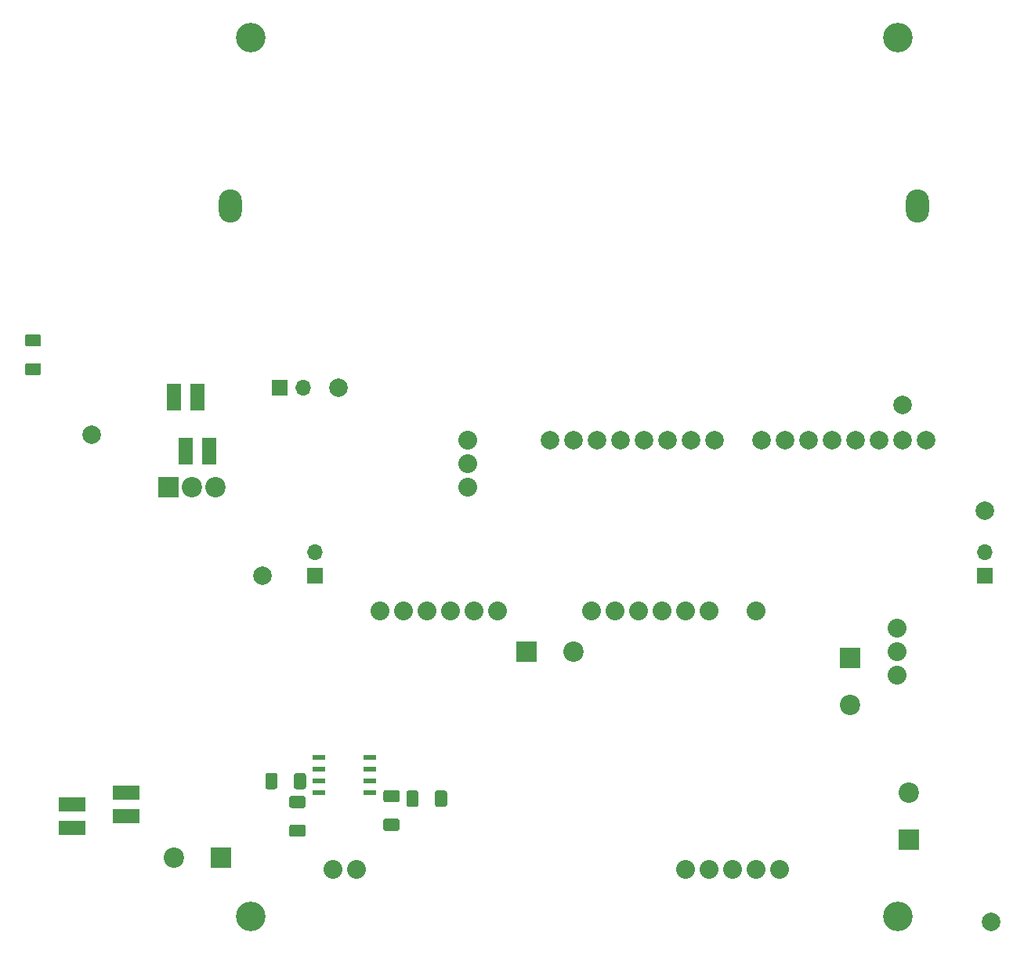
<source format=gbr>
G04 #@! TF.GenerationSoftware,KiCad,Pcbnew,5.1.5+dfsg1-2build2*
G04 #@! TF.CreationDate,2021-01-06T15:03:12+09:00*
G04 #@! TF.ProjectId,robot,726f626f-742e-46b6-9963-61645f706362,rev?*
G04 #@! TF.SameCoordinates,Original*
G04 #@! TF.FileFunction,Soldermask,Top*
G04 #@! TF.FilePolarity,Negative*
%FSLAX46Y46*%
G04 Gerber Fmt 4.6, Leading zero omitted, Abs format (unit mm)*
G04 Created by KiCad (PCBNEW 5.1.5+dfsg1-2build2) date 2021-01-06 15:03:12*
%MOMM*%
%LPD*%
G04 APERTURE LIST*
%ADD10O,2.500000X3.600000*%
%ADD11R,2.200000X2.200000*%
%ADD12C,2.200000*%
%ADD13C,2.032000*%
%ADD14R,1.454899X0.558000*%
%ADD15R,2.997200X1.498600*%
%ADD16C,0.100000*%
%ADD17C,3.200000*%
%ADD18C,2.000000*%
%ADD19R,1.498600X2.997200*%
%ADD20O,1.700000X1.700000*%
%ADD21R,1.700000X1.700000*%
G04 APERTURE END LIST*
D10*
X-2125000Y-18200000D03*
X72125000Y-18200000D03*
D11*
X71120000Y-86745000D03*
D12*
X71120000Y-81665000D03*
D11*
X-3175000Y-88650000D03*
D12*
X-8255000Y-88650000D03*
D11*
X29845000Y-66425000D03*
D12*
X34925000Y-66425000D03*
D11*
X64770000Y-67060000D03*
D12*
X64770000Y-72140000D03*
D11*
X-8890000Y-48645000D03*
D12*
X-6350000Y-48645000D03*
X-3810000Y-48645000D03*
D13*
X54610000Y-89920000D03*
X49530000Y-89920000D03*
X54610000Y-61980000D03*
X49530000Y-61980000D03*
X46990000Y-61980000D03*
X44450000Y-61980000D03*
X41910000Y-61980000D03*
X39370000Y-61980000D03*
X36830000Y-61980000D03*
X26670000Y-61980000D03*
X24130000Y-61980000D03*
X21590000Y-61980000D03*
X19050000Y-61980000D03*
X16510000Y-61980000D03*
X13970000Y-61980000D03*
X8890000Y-89920000D03*
X11430000Y-89920000D03*
X46990000Y-89920000D03*
X52070000Y-89920000D03*
X57150000Y-89920000D03*
X69850000Y-63885000D03*
X69850000Y-66425000D03*
X69850000Y-68965000D03*
D14*
X7438652Y-77855000D03*
X7438652Y-79125000D03*
X7438652Y-80395000D03*
X7438652Y-81665000D03*
X12881348Y-81665000D03*
X12881348Y-80395000D03*
X12881348Y-79125000D03*
X12881348Y-77855000D03*
D15*
X-13390063Y-81665000D03*
X-19239937Y-82935000D03*
X-13390063Y-84205000D03*
X-19239937Y-85475000D03*
D16*
G36*
X15889504Y-84471204D02*
G01*
X15913773Y-84474804D01*
X15937571Y-84480765D01*
X15960671Y-84489030D01*
X15982849Y-84499520D01*
X16003893Y-84512133D01*
X16023598Y-84526747D01*
X16041777Y-84543223D01*
X16058253Y-84561402D01*
X16072867Y-84581107D01*
X16085480Y-84602151D01*
X16095970Y-84624329D01*
X16104235Y-84647429D01*
X16110196Y-84671227D01*
X16113796Y-84695496D01*
X16115000Y-84720000D01*
X16115000Y-85520000D01*
X16113796Y-85544504D01*
X16110196Y-85568773D01*
X16104235Y-85592571D01*
X16095970Y-85615671D01*
X16085480Y-85637849D01*
X16072867Y-85658893D01*
X16058253Y-85678598D01*
X16041777Y-85696777D01*
X16023598Y-85713253D01*
X16003893Y-85727867D01*
X15982849Y-85740480D01*
X15960671Y-85750970D01*
X15937571Y-85759235D01*
X15913773Y-85765196D01*
X15889504Y-85768796D01*
X15865000Y-85770000D01*
X14615000Y-85770000D01*
X14590496Y-85768796D01*
X14566227Y-85765196D01*
X14542429Y-85759235D01*
X14519329Y-85750970D01*
X14497151Y-85740480D01*
X14476107Y-85727867D01*
X14456402Y-85713253D01*
X14438223Y-85696777D01*
X14421747Y-85678598D01*
X14407133Y-85658893D01*
X14394520Y-85637849D01*
X14384030Y-85615671D01*
X14375765Y-85592571D01*
X14369804Y-85568773D01*
X14366204Y-85544504D01*
X14365000Y-85520000D01*
X14365000Y-84720000D01*
X14366204Y-84695496D01*
X14369804Y-84671227D01*
X14375765Y-84647429D01*
X14384030Y-84624329D01*
X14394520Y-84602151D01*
X14407133Y-84581107D01*
X14421747Y-84561402D01*
X14438223Y-84543223D01*
X14456402Y-84526747D01*
X14476107Y-84512133D01*
X14497151Y-84499520D01*
X14519329Y-84489030D01*
X14542429Y-84480765D01*
X14566227Y-84474804D01*
X14590496Y-84471204D01*
X14615000Y-84470000D01*
X15865000Y-84470000D01*
X15889504Y-84471204D01*
G37*
G36*
X15889504Y-81371204D02*
G01*
X15913773Y-81374804D01*
X15937571Y-81380765D01*
X15960671Y-81389030D01*
X15982849Y-81399520D01*
X16003893Y-81412133D01*
X16023598Y-81426747D01*
X16041777Y-81443223D01*
X16058253Y-81461402D01*
X16072867Y-81481107D01*
X16085480Y-81502151D01*
X16095970Y-81524329D01*
X16104235Y-81547429D01*
X16110196Y-81571227D01*
X16113796Y-81595496D01*
X16115000Y-81620000D01*
X16115000Y-82420000D01*
X16113796Y-82444504D01*
X16110196Y-82468773D01*
X16104235Y-82492571D01*
X16095970Y-82515671D01*
X16085480Y-82537849D01*
X16072867Y-82558893D01*
X16058253Y-82578598D01*
X16041777Y-82596777D01*
X16023598Y-82613253D01*
X16003893Y-82627867D01*
X15982849Y-82640480D01*
X15960671Y-82650970D01*
X15937571Y-82659235D01*
X15913773Y-82665196D01*
X15889504Y-82668796D01*
X15865000Y-82670000D01*
X14615000Y-82670000D01*
X14590496Y-82668796D01*
X14566227Y-82665196D01*
X14542429Y-82659235D01*
X14519329Y-82650970D01*
X14497151Y-82640480D01*
X14476107Y-82627867D01*
X14456402Y-82613253D01*
X14438223Y-82596777D01*
X14421747Y-82578598D01*
X14407133Y-82558893D01*
X14394520Y-82537849D01*
X14384030Y-82515671D01*
X14375765Y-82492571D01*
X14369804Y-82468773D01*
X14366204Y-82444504D01*
X14365000Y-82420000D01*
X14365000Y-81620000D01*
X14366204Y-81595496D01*
X14369804Y-81571227D01*
X14375765Y-81547429D01*
X14384030Y-81524329D01*
X14394520Y-81502151D01*
X14407133Y-81481107D01*
X14421747Y-81461402D01*
X14438223Y-81443223D01*
X14456402Y-81426747D01*
X14476107Y-81412133D01*
X14497151Y-81399520D01*
X14519329Y-81389030D01*
X14542429Y-81380765D01*
X14566227Y-81374804D01*
X14590496Y-81371204D01*
X14615000Y-81370000D01*
X15865000Y-81370000D01*
X15889504Y-81371204D01*
G37*
G36*
X21024504Y-81426204D02*
G01*
X21048773Y-81429804D01*
X21072571Y-81435765D01*
X21095671Y-81444030D01*
X21117849Y-81454520D01*
X21138893Y-81467133D01*
X21158598Y-81481747D01*
X21176777Y-81498223D01*
X21193253Y-81516402D01*
X21207867Y-81536107D01*
X21220480Y-81557151D01*
X21230970Y-81579329D01*
X21239235Y-81602429D01*
X21245196Y-81626227D01*
X21248796Y-81650496D01*
X21250000Y-81675000D01*
X21250000Y-82925000D01*
X21248796Y-82949504D01*
X21245196Y-82973773D01*
X21239235Y-82997571D01*
X21230970Y-83020671D01*
X21220480Y-83042849D01*
X21207867Y-83063893D01*
X21193253Y-83083598D01*
X21176777Y-83101777D01*
X21158598Y-83118253D01*
X21138893Y-83132867D01*
X21117849Y-83145480D01*
X21095671Y-83155970D01*
X21072571Y-83164235D01*
X21048773Y-83170196D01*
X21024504Y-83173796D01*
X21000000Y-83175000D01*
X20200000Y-83175000D01*
X20175496Y-83173796D01*
X20151227Y-83170196D01*
X20127429Y-83164235D01*
X20104329Y-83155970D01*
X20082151Y-83145480D01*
X20061107Y-83132867D01*
X20041402Y-83118253D01*
X20023223Y-83101777D01*
X20006747Y-83083598D01*
X19992133Y-83063893D01*
X19979520Y-83042849D01*
X19969030Y-83020671D01*
X19960765Y-82997571D01*
X19954804Y-82973773D01*
X19951204Y-82949504D01*
X19950000Y-82925000D01*
X19950000Y-81675000D01*
X19951204Y-81650496D01*
X19954804Y-81626227D01*
X19960765Y-81602429D01*
X19969030Y-81579329D01*
X19979520Y-81557151D01*
X19992133Y-81536107D01*
X20006747Y-81516402D01*
X20023223Y-81498223D01*
X20041402Y-81481747D01*
X20061107Y-81467133D01*
X20082151Y-81454520D01*
X20104329Y-81444030D01*
X20127429Y-81435765D01*
X20151227Y-81429804D01*
X20175496Y-81426204D01*
X20200000Y-81425000D01*
X21000000Y-81425000D01*
X21024504Y-81426204D01*
G37*
G36*
X17924504Y-81426204D02*
G01*
X17948773Y-81429804D01*
X17972571Y-81435765D01*
X17995671Y-81444030D01*
X18017849Y-81454520D01*
X18038893Y-81467133D01*
X18058598Y-81481747D01*
X18076777Y-81498223D01*
X18093253Y-81516402D01*
X18107867Y-81536107D01*
X18120480Y-81557151D01*
X18130970Y-81579329D01*
X18139235Y-81602429D01*
X18145196Y-81626227D01*
X18148796Y-81650496D01*
X18150000Y-81675000D01*
X18150000Y-82925000D01*
X18148796Y-82949504D01*
X18145196Y-82973773D01*
X18139235Y-82997571D01*
X18130970Y-83020671D01*
X18120480Y-83042849D01*
X18107867Y-83063893D01*
X18093253Y-83083598D01*
X18076777Y-83101777D01*
X18058598Y-83118253D01*
X18038893Y-83132867D01*
X18017849Y-83145480D01*
X17995671Y-83155970D01*
X17972571Y-83164235D01*
X17948773Y-83170196D01*
X17924504Y-83173796D01*
X17900000Y-83175000D01*
X17100000Y-83175000D01*
X17075496Y-83173796D01*
X17051227Y-83170196D01*
X17027429Y-83164235D01*
X17004329Y-83155970D01*
X16982151Y-83145480D01*
X16961107Y-83132867D01*
X16941402Y-83118253D01*
X16923223Y-83101777D01*
X16906747Y-83083598D01*
X16892133Y-83063893D01*
X16879520Y-83042849D01*
X16869030Y-83020671D01*
X16860765Y-82997571D01*
X16854804Y-82973773D01*
X16851204Y-82949504D01*
X16850000Y-82925000D01*
X16850000Y-81675000D01*
X16851204Y-81650496D01*
X16854804Y-81626227D01*
X16860765Y-81602429D01*
X16869030Y-81579329D01*
X16879520Y-81557151D01*
X16892133Y-81536107D01*
X16906747Y-81516402D01*
X16923223Y-81498223D01*
X16941402Y-81481747D01*
X16961107Y-81467133D01*
X16982151Y-81454520D01*
X17004329Y-81444030D01*
X17027429Y-81435765D01*
X17051227Y-81429804D01*
X17075496Y-81426204D01*
X17100000Y-81425000D01*
X17900000Y-81425000D01*
X17924504Y-81426204D01*
G37*
G36*
X5729504Y-85106204D02*
G01*
X5753773Y-85109804D01*
X5777571Y-85115765D01*
X5800671Y-85124030D01*
X5822849Y-85134520D01*
X5843893Y-85147133D01*
X5863598Y-85161747D01*
X5881777Y-85178223D01*
X5898253Y-85196402D01*
X5912867Y-85216107D01*
X5925480Y-85237151D01*
X5935970Y-85259329D01*
X5944235Y-85282429D01*
X5950196Y-85306227D01*
X5953796Y-85330496D01*
X5955000Y-85355000D01*
X5955000Y-86155000D01*
X5953796Y-86179504D01*
X5950196Y-86203773D01*
X5944235Y-86227571D01*
X5935970Y-86250671D01*
X5925480Y-86272849D01*
X5912867Y-86293893D01*
X5898253Y-86313598D01*
X5881777Y-86331777D01*
X5863598Y-86348253D01*
X5843893Y-86362867D01*
X5822849Y-86375480D01*
X5800671Y-86385970D01*
X5777571Y-86394235D01*
X5753773Y-86400196D01*
X5729504Y-86403796D01*
X5705000Y-86405000D01*
X4455000Y-86405000D01*
X4430496Y-86403796D01*
X4406227Y-86400196D01*
X4382429Y-86394235D01*
X4359329Y-86385970D01*
X4337151Y-86375480D01*
X4316107Y-86362867D01*
X4296402Y-86348253D01*
X4278223Y-86331777D01*
X4261747Y-86313598D01*
X4247133Y-86293893D01*
X4234520Y-86272849D01*
X4224030Y-86250671D01*
X4215765Y-86227571D01*
X4209804Y-86203773D01*
X4206204Y-86179504D01*
X4205000Y-86155000D01*
X4205000Y-85355000D01*
X4206204Y-85330496D01*
X4209804Y-85306227D01*
X4215765Y-85282429D01*
X4224030Y-85259329D01*
X4234520Y-85237151D01*
X4247133Y-85216107D01*
X4261747Y-85196402D01*
X4278223Y-85178223D01*
X4296402Y-85161747D01*
X4316107Y-85147133D01*
X4337151Y-85134520D01*
X4359329Y-85124030D01*
X4382429Y-85115765D01*
X4406227Y-85109804D01*
X4430496Y-85106204D01*
X4455000Y-85105000D01*
X5705000Y-85105000D01*
X5729504Y-85106204D01*
G37*
G36*
X5729504Y-82006204D02*
G01*
X5753773Y-82009804D01*
X5777571Y-82015765D01*
X5800671Y-82024030D01*
X5822849Y-82034520D01*
X5843893Y-82047133D01*
X5863598Y-82061747D01*
X5881777Y-82078223D01*
X5898253Y-82096402D01*
X5912867Y-82116107D01*
X5925480Y-82137151D01*
X5935970Y-82159329D01*
X5944235Y-82182429D01*
X5950196Y-82206227D01*
X5953796Y-82230496D01*
X5955000Y-82255000D01*
X5955000Y-83055000D01*
X5953796Y-83079504D01*
X5950196Y-83103773D01*
X5944235Y-83127571D01*
X5935970Y-83150671D01*
X5925480Y-83172849D01*
X5912867Y-83193893D01*
X5898253Y-83213598D01*
X5881777Y-83231777D01*
X5863598Y-83248253D01*
X5843893Y-83262867D01*
X5822849Y-83275480D01*
X5800671Y-83285970D01*
X5777571Y-83294235D01*
X5753773Y-83300196D01*
X5729504Y-83303796D01*
X5705000Y-83305000D01*
X4455000Y-83305000D01*
X4430496Y-83303796D01*
X4406227Y-83300196D01*
X4382429Y-83294235D01*
X4359329Y-83285970D01*
X4337151Y-83275480D01*
X4316107Y-83262867D01*
X4296402Y-83248253D01*
X4278223Y-83231777D01*
X4261747Y-83213598D01*
X4247133Y-83193893D01*
X4234520Y-83172849D01*
X4224030Y-83150671D01*
X4215765Y-83127571D01*
X4209804Y-83103773D01*
X4206204Y-83079504D01*
X4205000Y-83055000D01*
X4205000Y-82255000D01*
X4206204Y-82230496D01*
X4209804Y-82206227D01*
X4215765Y-82182429D01*
X4224030Y-82159329D01*
X4234520Y-82137151D01*
X4247133Y-82116107D01*
X4261747Y-82096402D01*
X4278223Y-82078223D01*
X4296402Y-82061747D01*
X4316107Y-82047133D01*
X4337151Y-82034520D01*
X4359329Y-82024030D01*
X4382429Y-82015765D01*
X4406227Y-82009804D01*
X4430496Y-82006204D01*
X4455000Y-82005000D01*
X5705000Y-82005000D01*
X5729504Y-82006204D01*
G37*
G36*
X5784504Y-79521204D02*
G01*
X5808773Y-79524804D01*
X5832571Y-79530765D01*
X5855671Y-79539030D01*
X5877849Y-79549520D01*
X5898893Y-79562133D01*
X5918598Y-79576747D01*
X5936777Y-79593223D01*
X5953253Y-79611402D01*
X5967867Y-79631107D01*
X5980480Y-79652151D01*
X5990970Y-79674329D01*
X5999235Y-79697429D01*
X6005196Y-79721227D01*
X6008796Y-79745496D01*
X6010000Y-79770000D01*
X6010000Y-81020000D01*
X6008796Y-81044504D01*
X6005196Y-81068773D01*
X5999235Y-81092571D01*
X5990970Y-81115671D01*
X5980480Y-81137849D01*
X5967867Y-81158893D01*
X5953253Y-81178598D01*
X5936777Y-81196777D01*
X5918598Y-81213253D01*
X5898893Y-81227867D01*
X5877849Y-81240480D01*
X5855671Y-81250970D01*
X5832571Y-81259235D01*
X5808773Y-81265196D01*
X5784504Y-81268796D01*
X5760000Y-81270000D01*
X4960000Y-81270000D01*
X4935496Y-81268796D01*
X4911227Y-81265196D01*
X4887429Y-81259235D01*
X4864329Y-81250970D01*
X4842151Y-81240480D01*
X4821107Y-81227867D01*
X4801402Y-81213253D01*
X4783223Y-81196777D01*
X4766747Y-81178598D01*
X4752133Y-81158893D01*
X4739520Y-81137849D01*
X4729030Y-81115671D01*
X4720765Y-81092571D01*
X4714804Y-81068773D01*
X4711204Y-81044504D01*
X4710000Y-81020000D01*
X4710000Y-79770000D01*
X4711204Y-79745496D01*
X4714804Y-79721227D01*
X4720765Y-79697429D01*
X4729030Y-79674329D01*
X4739520Y-79652151D01*
X4752133Y-79631107D01*
X4766747Y-79611402D01*
X4783223Y-79593223D01*
X4801402Y-79576747D01*
X4821107Y-79562133D01*
X4842151Y-79549520D01*
X4864329Y-79539030D01*
X4887429Y-79530765D01*
X4911227Y-79524804D01*
X4935496Y-79521204D01*
X4960000Y-79520000D01*
X5760000Y-79520000D01*
X5784504Y-79521204D01*
G37*
G36*
X2684504Y-79521204D02*
G01*
X2708773Y-79524804D01*
X2732571Y-79530765D01*
X2755671Y-79539030D01*
X2777849Y-79549520D01*
X2798893Y-79562133D01*
X2818598Y-79576747D01*
X2836777Y-79593223D01*
X2853253Y-79611402D01*
X2867867Y-79631107D01*
X2880480Y-79652151D01*
X2890970Y-79674329D01*
X2899235Y-79697429D01*
X2905196Y-79721227D01*
X2908796Y-79745496D01*
X2910000Y-79770000D01*
X2910000Y-81020000D01*
X2908796Y-81044504D01*
X2905196Y-81068773D01*
X2899235Y-81092571D01*
X2890970Y-81115671D01*
X2880480Y-81137849D01*
X2867867Y-81158893D01*
X2853253Y-81178598D01*
X2836777Y-81196777D01*
X2818598Y-81213253D01*
X2798893Y-81227867D01*
X2777849Y-81240480D01*
X2755671Y-81250970D01*
X2732571Y-81259235D01*
X2708773Y-81265196D01*
X2684504Y-81268796D01*
X2660000Y-81270000D01*
X1860000Y-81270000D01*
X1835496Y-81268796D01*
X1811227Y-81265196D01*
X1787429Y-81259235D01*
X1764329Y-81250970D01*
X1742151Y-81240480D01*
X1721107Y-81227867D01*
X1701402Y-81213253D01*
X1683223Y-81196777D01*
X1666747Y-81178598D01*
X1652133Y-81158893D01*
X1639520Y-81137849D01*
X1629030Y-81115671D01*
X1620765Y-81092571D01*
X1614804Y-81068773D01*
X1611204Y-81044504D01*
X1610000Y-81020000D01*
X1610000Y-79770000D01*
X1611204Y-79745496D01*
X1614804Y-79721227D01*
X1620765Y-79697429D01*
X1629030Y-79674329D01*
X1639520Y-79652151D01*
X1652133Y-79631107D01*
X1666747Y-79611402D01*
X1683223Y-79593223D01*
X1701402Y-79576747D01*
X1721107Y-79562133D01*
X1742151Y-79549520D01*
X1764329Y-79539030D01*
X1787429Y-79530765D01*
X1811227Y-79524804D01*
X1835496Y-79521204D01*
X1860000Y-79520000D01*
X2660000Y-79520000D01*
X2684504Y-79521204D01*
G37*
G36*
X-22845496Y-32121204D02*
G01*
X-22821227Y-32124804D01*
X-22797429Y-32130765D01*
X-22774329Y-32139030D01*
X-22752151Y-32149520D01*
X-22731107Y-32162133D01*
X-22711402Y-32176747D01*
X-22693223Y-32193223D01*
X-22676747Y-32211402D01*
X-22662133Y-32231107D01*
X-22649520Y-32252151D01*
X-22639030Y-32274329D01*
X-22630765Y-32297429D01*
X-22624804Y-32321227D01*
X-22621204Y-32345496D01*
X-22620000Y-32370000D01*
X-22620000Y-33170000D01*
X-22621204Y-33194504D01*
X-22624804Y-33218773D01*
X-22630765Y-33242571D01*
X-22639030Y-33265671D01*
X-22649520Y-33287849D01*
X-22662133Y-33308893D01*
X-22676747Y-33328598D01*
X-22693223Y-33346777D01*
X-22711402Y-33363253D01*
X-22731107Y-33377867D01*
X-22752151Y-33390480D01*
X-22774329Y-33400970D01*
X-22797429Y-33409235D01*
X-22821227Y-33415196D01*
X-22845496Y-33418796D01*
X-22870000Y-33420000D01*
X-24120000Y-33420000D01*
X-24144504Y-33418796D01*
X-24168773Y-33415196D01*
X-24192571Y-33409235D01*
X-24215671Y-33400970D01*
X-24237849Y-33390480D01*
X-24258893Y-33377867D01*
X-24278598Y-33363253D01*
X-24296777Y-33346777D01*
X-24313253Y-33328598D01*
X-24327867Y-33308893D01*
X-24340480Y-33287849D01*
X-24350970Y-33265671D01*
X-24359235Y-33242571D01*
X-24365196Y-33218773D01*
X-24368796Y-33194504D01*
X-24370000Y-33170000D01*
X-24370000Y-32370000D01*
X-24368796Y-32345496D01*
X-24365196Y-32321227D01*
X-24359235Y-32297429D01*
X-24350970Y-32274329D01*
X-24340480Y-32252151D01*
X-24327867Y-32231107D01*
X-24313253Y-32211402D01*
X-24296777Y-32193223D01*
X-24278598Y-32176747D01*
X-24258893Y-32162133D01*
X-24237849Y-32149520D01*
X-24215671Y-32139030D01*
X-24192571Y-32130765D01*
X-24168773Y-32124804D01*
X-24144504Y-32121204D01*
X-24120000Y-32120000D01*
X-22870000Y-32120000D01*
X-22845496Y-32121204D01*
G37*
G36*
X-22845496Y-35221204D02*
G01*
X-22821227Y-35224804D01*
X-22797429Y-35230765D01*
X-22774329Y-35239030D01*
X-22752151Y-35249520D01*
X-22731107Y-35262133D01*
X-22711402Y-35276747D01*
X-22693223Y-35293223D01*
X-22676747Y-35311402D01*
X-22662133Y-35331107D01*
X-22649520Y-35352151D01*
X-22639030Y-35374329D01*
X-22630765Y-35397429D01*
X-22624804Y-35421227D01*
X-22621204Y-35445496D01*
X-22620000Y-35470000D01*
X-22620000Y-36270000D01*
X-22621204Y-36294504D01*
X-22624804Y-36318773D01*
X-22630765Y-36342571D01*
X-22639030Y-36365671D01*
X-22649520Y-36387849D01*
X-22662133Y-36408893D01*
X-22676747Y-36428598D01*
X-22693223Y-36446777D01*
X-22711402Y-36463253D01*
X-22731107Y-36477867D01*
X-22752151Y-36490480D01*
X-22774329Y-36500970D01*
X-22797429Y-36509235D01*
X-22821227Y-36515196D01*
X-22845496Y-36518796D01*
X-22870000Y-36520000D01*
X-24120000Y-36520000D01*
X-24144504Y-36518796D01*
X-24168773Y-36515196D01*
X-24192571Y-36509235D01*
X-24215671Y-36500970D01*
X-24237849Y-36490480D01*
X-24258893Y-36477867D01*
X-24278598Y-36463253D01*
X-24296777Y-36446777D01*
X-24313253Y-36428598D01*
X-24327867Y-36408893D01*
X-24340480Y-36387849D01*
X-24350970Y-36365671D01*
X-24359235Y-36342571D01*
X-24365196Y-36318773D01*
X-24368796Y-36294504D01*
X-24370000Y-36270000D01*
X-24370000Y-35470000D01*
X-24368796Y-35445496D01*
X-24365196Y-35421227D01*
X-24359235Y-35397429D01*
X-24350970Y-35374329D01*
X-24340480Y-35352151D01*
X-24327867Y-35331107D01*
X-24313253Y-35311402D01*
X-24296777Y-35293223D01*
X-24278598Y-35276747D01*
X-24258893Y-35262133D01*
X-24237849Y-35249520D01*
X-24215671Y-35239030D01*
X-24192571Y-35230765D01*
X-24168773Y-35224804D01*
X-24144504Y-35221204D01*
X-24120000Y-35220000D01*
X-22870000Y-35220000D01*
X-22845496Y-35221204D01*
G37*
D13*
X23495000Y-48645000D03*
X23495000Y-46105000D03*
X23495000Y-43565000D03*
D17*
X0Y-95000000D03*
X70000000Y-95000000D03*
X0Y0D03*
X70000000Y0D03*
D18*
X55245000Y-43565000D03*
X57785000Y-43565000D03*
X60325000Y-43565000D03*
X62865000Y-43565000D03*
X65405000Y-43565000D03*
X67945000Y-43565000D03*
X70485000Y-43565000D03*
X73025000Y-43565000D03*
D19*
X-8255000Y-38860063D03*
X-6985000Y-44709937D03*
X-5715000Y-38860063D03*
X-4445000Y-44709937D03*
D18*
X32385000Y-43565000D03*
X34925000Y-43565000D03*
X37465000Y-43565000D03*
X40005000Y-43565000D03*
X42545000Y-43565000D03*
X45085000Y-43565000D03*
X47625000Y-43565000D03*
X50165000Y-43565000D03*
X-17145000Y-42930000D03*
D20*
X79375000Y-55630000D03*
D21*
X79375000Y-58170000D03*
D18*
X70485000Y-39755000D03*
D21*
X3175000Y-37850000D03*
D20*
X5715000Y-37850000D03*
D21*
X6985000Y-58170000D03*
D20*
X6985000Y-55630000D03*
D18*
X79375000Y-51185000D03*
X1270000Y-58170000D03*
X80010000Y-95635000D03*
X9525000Y-37850000D03*
M02*

</source>
